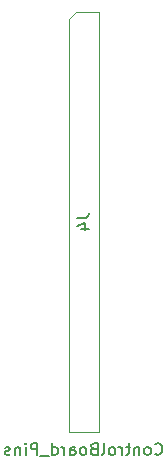
<source format=gbr>
%TF.GenerationSoftware,KiCad,Pcbnew,5.1.9+dfsg1-1~bpo10+1*%
%TF.CreationDate,2022-02-02T14:01:01+08:00*%
%TF.ProjectId,MiniADSR 1.0.1 - Control,4d696e69-4144-4535-9220-312e302e3120,rev?*%
%TF.SameCoordinates,Original*%
%TF.FileFunction,Other,Fab,Bot*%
%FSLAX46Y46*%
G04 Gerber Fmt 4.6, Leading zero omitted, Abs format (unit mm)*
G04 Created by KiCad (PCBNEW 5.1.9+dfsg1-1~bpo10+1) date 2022-02-02 14:01:01*
%MOMM*%
%LPD*%
G01*
G04 APERTURE LIST*
%ADD10C,0.100000*%
%ADD11C,0.150000*%
G04 APERTURE END LIST*
D10*
%TO.C,J4*%
X94520000Y-154790000D02*
X94520000Y-119230000D01*
X91980000Y-154790000D02*
X94520000Y-154790000D01*
X91980000Y-119865000D02*
X91980000Y-154790000D01*
X92615000Y-119230000D02*
X91980000Y-119865000D01*
X94520000Y-119230000D02*
X92615000Y-119230000D01*
%TD*%
%TO.C,J4*%
D11*
X99297619Y-156647142D02*
X99345238Y-156694761D01*
X99488095Y-156742380D01*
X99583333Y-156742380D01*
X99726190Y-156694761D01*
X99821428Y-156599523D01*
X99869047Y-156504285D01*
X99916666Y-156313809D01*
X99916666Y-156170952D01*
X99869047Y-155980476D01*
X99821428Y-155885238D01*
X99726190Y-155790000D01*
X99583333Y-155742380D01*
X99488095Y-155742380D01*
X99345238Y-155790000D01*
X99297619Y-155837619D01*
X98726190Y-156742380D02*
X98821428Y-156694761D01*
X98869047Y-156647142D01*
X98916666Y-156551904D01*
X98916666Y-156266190D01*
X98869047Y-156170952D01*
X98821428Y-156123333D01*
X98726190Y-156075714D01*
X98583333Y-156075714D01*
X98488095Y-156123333D01*
X98440476Y-156170952D01*
X98392857Y-156266190D01*
X98392857Y-156551904D01*
X98440476Y-156647142D01*
X98488095Y-156694761D01*
X98583333Y-156742380D01*
X98726190Y-156742380D01*
X97964285Y-156075714D02*
X97964285Y-156742380D01*
X97964285Y-156170952D02*
X97916666Y-156123333D01*
X97821428Y-156075714D01*
X97678571Y-156075714D01*
X97583333Y-156123333D01*
X97535714Y-156218571D01*
X97535714Y-156742380D01*
X97202380Y-156075714D02*
X96821428Y-156075714D01*
X97059523Y-155742380D02*
X97059523Y-156599523D01*
X97011904Y-156694761D01*
X96916666Y-156742380D01*
X96821428Y-156742380D01*
X96488095Y-156742380D02*
X96488095Y-156075714D01*
X96488095Y-156266190D02*
X96440476Y-156170952D01*
X96392857Y-156123333D01*
X96297619Y-156075714D01*
X96202380Y-156075714D01*
X95726190Y-156742380D02*
X95821428Y-156694761D01*
X95869047Y-156647142D01*
X95916666Y-156551904D01*
X95916666Y-156266190D01*
X95869047Y-156170952D01*
X95821428Y-156123333D01*
X95726190Y-156075714D01*
X95583333Y-156075714D01*
X95488095Y-156123333D01*
X95440476Y-156170952D01*
X95392857Y-156266190D01*
X95392857Y-156551904D01*
X95440476Y-156647142D01*
X95488095Y-156694761D01*
X95583333Y-156742380D01*
X95726190Y-156742380D01*
X94821428Y-156742380D02*
X94916666Y-156694761D01*
X94964285Y-156599523D01*
X94964285Y-155742380D01*
X94107142Y-156218571D02*
X93964285Y-156266190D01*
X93916666Y-156313809D01*
X93869047Y-156409047D01*
X93869047Y-156551904D01*
X93916666Y-156647142D01*
X93964285Y-156694761D01*
X94059523Y-156742380D01*
X94440476Y-156742380D01*
X94440476Y-155742380D01*
X94107142Y-155742380D01*
X94011904Y-155790000D01*
X93964285Y-155837619D01*
X93916666Y-155932857D01*
X93916666Y-156028095D01*
X93964285Y-156123333D01*
X94011904Y-156170952D01*
X94107142Y-156218571D01*
X94440476Y-156218571D01*
X93297619Y-156742380D02*
X93392857Y-156694761D01*
X93440476Y-156647142D01*
X93488095Y-156551904D01*
X93488095Y-156266190D01*
X93440476Y-156170952D01*
X93392857Y-156123333D01*
X93297619Y-156075714D01*
X93154761Y-156075714D01*
X93059523Y-156123333D01*
X93011904Y-156170952D01*
X92964285Y-156266190D01*
X92964285Y-156551904D01*
X93011904Y-156647142D01*
X93059523Y-156694761D01*
X93154761Y-156742380D01*
X93297619Y-156742380D01*
X92107142Y-156742380D02*
X92107142Y-156218571D01*
X92154761Y-156123333D01*
X92250000Y-156075714D01*
X92440476Y-156075714D01*
X92535714Y-156123333D01*
X92107142Y-156694761D02*
X92202380Y-156742380D01*
X92440476Y-156742380D01*
X92535714Y-156694761D01*
X92583333Y-156599523D01*
X92583333Y-156504285D01*
X92535714Y-156409047D01*
X92440476Y-156361428D01*
X92202380Y-156361428D01*
X92107142Y-156313809D01*
X91630952Y-156742380D02*
X91630952Y-156075714D01*
X91630952Y-156266190D02*
X91583333Y-156170952D01*
X91535714Y-156123333D01*
X91440476Y-156075714D01*
X91345238Y-156075714D01*
X90583333Y-156742380D02*
X90583333Y-155742380D01*
X90583333Y-156694761D02*
X90678571Y-156742380D01*
X90869047Y-156742380D01*
X90964285Y-156694761D01*
X91011904Y-156647142D01*
X91059523Y-156551904D01*
X91059523Y-156266190D01*
X91011904Y-156170952D01*
X90964285Y-156123333D01*
X90869047Y-156075714D01*
X90678571Y-156075714D01*
X90583333Y-156123333D01*
X90345238Y-156837619D02*
X89583333Y-156837619D01*
X89345238Y-156742380D02*
X89345238Y-155742380D01*
X88964285Y-155742380D01*
X88869047Y-155790000D01*
X88821428Y-155837619D01*
X88773809Y-155932857D01*
X88773809Y-156075714D01*
X88821428Y-156170952D01*
X88869047Y-156218571D01*
X88964285Y-156266190D01*
X89345238Y-156266190D01*
X88345238Y-156742380D02*
X88345238Y-156075714D01*
X88345238Y-155742380D02*
X88392857Y-155790000D01*
X88345238Y-155837619D01*
X88297619Y-155790000D01*
X88345238Y-155742380D01*
X88345238Y-155837619D01*
X87869047Y-156075714D02*
X87869047Y-156742380D01*
X87869047Y-156170952D02*
X87821428Y-156123333D01*
X87726190Y-156075714D01*
X87583333Y-156075714D01*
X87488095Y-156123333D01*
X87440476Y-156218571D01*
X87440476Y-156742380D01*
X87011904Y-156694761D02*
X86916666Y-156742380D01*
X86726190Y-156742380D01*
X86630952Y-156694761D01*
X86583333Y-156599523D01*
X86583333Y-156551904D01*
X86630952Y-156456666D01*
X86726190Y-156409047D01*
X86869047Y-156409047D01*
X86964285Y-156361428D01*
X87011904Y-156266190D01*
X87011904Y-156218571D01*
X86964285Y-156123333D01*
X86869047Y-156075714D01*
X86726190Y-156075714D01*
X86630952Y-156123333D01*
X92702380Y-136676666D02*
X93416666Y-136676666D01*
X93559523Y-136629047D01*
X93654761Y-136533809D01*
X93702380Y-136390952D01*
X93702380Y-136295714D01*
X93035714Y-137581428D02*
X93702380Y-137581428D01*
X92654761Y-137343333D02*
X93369047Y-137105238D01*
X93369047Y-137724285D01*
%TD*%
M02*

</source>
